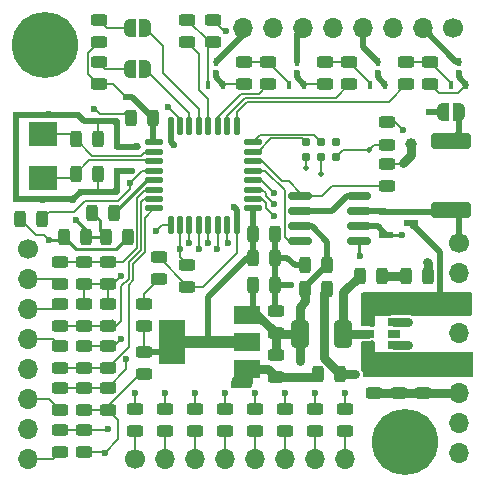
<source format=gtl>
%TF.GenerationSoftware,KiCad,Pcbnew,(7.0.0)*%
%TF.CreationDate,2023-02-19T00:42:13-05:00*%
%TF.ProjectId,CANBoard,43414e42-6f61-4726-942e-6b696361645f,v1*%
%TF.SameCoordinates,Original*%
%TF.FileFunction,Copper,L1,Top*%
%TF.FilePolarity,Positive*%
%FSLAX46Y46*%
G04 Gerber Fmt 4.6, Leading zero omitted, Abs format (unit mm)*
G04 Created by KiCad (PCBNEW (7.0.0)) date 2023-02-19 00:42:13*
%MOMM*%
%LPD*%
G01*
G04 APERTURE LIST*
G04 Aperture macros list*
%AMRoundRect*
0 Rectangle with rounded corners*
0 $1 Rounding radius*
0 $2 $3 $4 $5 $6 $7 $8 $9 X,Y pos of 4 corners*
0 Add a 4 corners polygon primitive as box body*
4,1,4,$2,$3,$4,$5,$6,$7,$8,$9,$2,$3,0*
0 Add four circle primitives for the rounded corners*
1,1,$1+$1,$2,$3*
1,1,$1+$1,$4,$5*
1,1,$1+$1,$6,$7*
1,1,$1+$1,$8,$9*
0 Add four rect primitives between the rounded corners*
20,1,$1+$1,$2,$3,$4,$5,0*
20,1,$1+$1,$4,$5,$6,$7,0*
20,1,$1+$1,$6,$7,$8,$9,0*
20,1,$1+$1,$8,$9,$2,$3,0*%
%AMFreePoly0*
4,1,19,0.000000,0.744911,0.071157,0.744911,0.207708,0.704816,0.327430,0.627875,0.420627,0.520320,0.479746,0.390866,0.500000,0.250000,0.500000,-0.250000,0.479746,-0.390866,0.420627,-0.520320,0.327430,-0.627875,0.207708,-0.704816,0.071157,-0.744911,0.000000,-0.744911,0.000000,-0.750000,-0.500000,-0.750000,-0.500000,0.750000,0.000000,0.750000,0.000000,0.744911,0.000000,0.744911,
$1*%
%AMFreePoly1*
4,1,19,0.500000,-0.750000,0.000000,-0.750000,0.000000,-0.744911,-0.071157,-0.744911,-0.207708,-0.704816,-0.327430,-0.627875,-0.420627,-0.520320,-0.479746,-0.390866,-0.500000,-0.250000,-0.500000,0.250000,-0.479746,0.390866,-0.420627,0.520320,-0.327430,0.627875,-0.207708,0.704816,-0.071157,0.744911,0.000000,0.744911,0.000000,0.750000,0.500000,0.750000,0.500000,-0.750000,0.500000,-0.750000,
$1*%
G04 Aperture macros list end*
%TA.AperFunction,ConnectorPad*%
%ADD10C,0.787400*%
%TD*%
%TA.AperFunction,SMDPad,CuDef*%
%ADD11RoundRect,0.243750X-0.456250X0.243750X-0.456250X-0.243750X0.456250X-0.243750X0.456250X0.243750X0*%
%TD*%
%TA.AperFunction,ComponentPad*%
%ADD12O,1.700000X1.700000*%
%TD*%
%TA.AperFunction,ComponentPad*%
%ADD13C,1.700000*%
%TD*%
%TA.AperFunction,ComponentPad*%
%ADD14C,5.600000*%
%TD*%
%TA.AperFunction,SMDPad,CuDef*%
%ADD15RoundRect,0.243750X0.243750X0.456250X-0.243750X0.456250X-0.243750X-0.456250X0.243750X-0.456250X0*%
%TD*%
%TA.AperFunction,SMDPad,CuDef*%
%ADD16RoundRect,0.243750X-0.243750X-0.456250X0.243750X-0.456250X0.243750X0.456250X-0.243750X0.456250X0*%
%TD*%
%TA.AperFunction,SMDPad,CuDef*%
%ADD17R,1.300000X0.600000*%
%TD*%
%TA.AperFunction,SMDPad,CuDef*%
%ADD18R,2.400000X2.000000*%
%TD*%
%TA.AperFunction,SMDPad,CuDef*%
%ADD19RoundRect,0.125000X-0.125000X-0.625000X0.125000X-0.625000X0.125000X0.625000X-0.125000X0.625000X0*%
%TD*%
%TA.AperFunction,SMDPad,CuDef*%
%ADD20RoundRect,0.125000X-0.625000X-0.125000X0.625000X-0.125000X0.625000X0.125000X-0.625000X0.125000X0*%
%TD*%
%TA.AperFunction,SMDPad,CuDef*%
%ADD21RoundRect,0.250000X1.425000X-0.425000X1.425000X0.425000X-1.425000X0.425000X-1.425000X-0.425000X0*%
%TD*%
%TA.AperFunction,SMDPad,CuDef*%
%ADD22RoundRect,0.243750X0.456250X-0.243750X0.456250X0.243750X-0.456250X0.243750X-0.456250X-0.243750X0*%
%TD*%
%TA.AperFunction,SMDPad,CuDef*%
%ADD23RoundRect,0.375000X0.375000X-0.825000X0.375000X0.825000X-0.375000X0.825000X-0.375000X-0.825000X0*%
%TD*%
%TA.AperFunction,SMDPad,CuDef*%
%ADD24R,1.060000X0.650000*%
%TD*%
%TA.AperFunction,SMDPad,CuDef*%
%ADD25R,2.200000X3.800000*%
%TD*%
%TA.AperFunction,SMDPad,CuDef*%
%ADD26R,2.200000X1.500000*%
%TD*%
%TA.AperFunction,SMDPad,CuDef*%
%ADD27C,1.000000*%
%TD*%
%TA.AperFunction,SMDPad,CuDef*%
%ADD28R,0.450000X0.700000*%
%TD*%
%TA.AperFunction,SMDPad,CuDef*%
%ADD29FreePoly0,0.000000*%
%TD*%
%TA.AperFunction,SMDPad,CuDef*%
%ADD30FreePoly1,0.000000*%
%TD*%
%TA.AperFunction,SMDPad,CuDef*%
%ADD31RoundRect,0.150000X-0.825000X-0.150000X0.825000X-0.150000X0.825000X0.150000X-0.825000X0.150000X0*%
%TD*%
%TA.AperFunction,ViaPad*%
%ADD32C,0.508000*%
%TD*%
%TA.AperFunction,ViaPad*%
%ADD33C,0.600000*%
%TD*%
%TA.AperFunction,Conductor*%
%ADD34C,0.152400*%
%TD*%
%TA.AperFunction,Conductor*%
%ADD35C,0.127000*%
%TD*%
%TA.AperFunction,Conductor*%
%ADD36C,0.762000*%
%TD*%
%TA.AperFunction,Conductor*%
%ADD37C,0.508000*%
%TD*%
%TA.AperFunction,Conductor*%
%ADD38C,0.250000*%
%TD*%
%TA.AperFunction,Conductor*%
%ADD39C,1.016000*%
%TD*%
G04 APERTURE END LIST*
D10*
X143256000Y-75692000D03*
X143256000Y-74422000D03*
X144526000Y-75692000D03*
X144526000Y-74422000D03*
X145796000Y-75692000D03*
X145796000Y-74422000D03*
D11*
X144018000Y-98854500D03*
X144018000Y-96979500D03*
X141478000Y-98854500D03*
X141478000Y-96979500D03*
X138938000Y-98854500D03*
X138938000Y-96979500D03*
X150114000Y-74612500D03*
X150114000Y-72737500D03*
X136398000Y-98854500D03*
X136398000Y-96979500D03*
X133858000Y-98854500D03*
X133858000Y-96979500D03*
X128778000Y-98854500D03*
X128778000Y-96979500D03*
D12*
X146557999Y-101218999D03*
X144017999Y-101218999D03*
X141477999Y-101218999D03*
X138937999Y-101218999D03*
X136397999Y-101218999D03*
X133857999Y-101218999D03*
X131317999Y-101218999D03*
D13*
X128778000Y-101219000D03*
D14*
X151638000Y-99822000D03*
D15*
X138762500Y-82169000D03*
X140637500Y-82169000D03*
D16*
X124635500Y-82423000D03*
X122760500Y-82423000D03*
D15*
X126316500Y-82423000D03*
X128191500Y-82423000D03*
D16*
X120952500Y-80899000D03*
X119077500Y-80899000D03*
X125651500Y-77089000D03*
X123776500Y-77089000D03*
X130350500Y-72390000D03*
X128475500Y-72390000D03*
X127048500Y-80391000D03*
X125173500Y-80391000D03*
D15*
X138762500Y-84201000D03*
X140637500Y-84201000D03*
D16*
X145082500Y-84836000D03*
X143207500Y-84836000D03*
D11*
X133223000Y-86662500D03*
X133223000Y-84787500D03*
X126492000Y-97076500D03*
X126492000Y-95201500D03*
D16*
X125651500Y-74168000D03*
X123776500Y-74168000D03*
D14*
X121158000Y-66167000D03*
D17*
X152179999Y-81279999D03*
X150079999Y-82229999D03*
X150079999Y-80329999D03*
D18*
X121030999Y-77414999D03*
X121030999Y-73714999D03*
D19*
X131820000Y-73041000D03*
X132620000Y-73041000D03*
X133420000Y-73041000D03*
X134220000Y-73041000D03*
X135020000Y-73041000D03*
X135820000Y-73041000D03*
X136620000Y-73041000D03*
X137420000Y-73041000D03*
D20*
X138795000Y-74416000D03*
X138795000Y-75216000D03*
X138795000Y-76016000D03*
X138795000Y-76816000D03*
X138795000Y-77616000D03*
X138795000Y-78416000D03*
X138795000Y-79216000D03*
X138795000Y-80016000D03*
D19*
X137420000Y-81391000D03*
X136620000Y-81391000D03*
X135820000Y-81391000D03*
X135020000Y-81391000D03*
X134220000Y-81391000D03*
X133420000Y-81391000D03*
X132620000Y-81391000D03*
X131820000Y-81391000D03*
D20*
X130445000Y-80016000D03*
X130445000Y-79216000D03*
X130445000Y-78416000D03*
X130445000Y-77616000D03*
X130445000Y-76816000D03*
X130445000Y-76016000D03*
X130445000Y-75216000D03*
X130445000Y-74416000D03*
D21*
X155575000Y-74316000D03*
X155575000Y-80116000D03*
D11*
X149034500Y-95616000D03*
X149034500Y-93741000D03*
X151130000Y-95616000D03*
X151130000Y-93741000D03*
D22*
X140716000Y-88724500D03*
X140716000Y-90599500D03*
D11*
X140716000Y-94282500D03*
X140716000Y-92407500D03*
D23*
X146439500Y-90614500D03*
X142739500Y-90614500D03*
D16*
X153591500Y-85725000D03*
X151716500Y-85725000D03*
D15*
X143207500Y-86868000D03*
X145082500Y-86868000D03*
D24*
X150705999Y-89664499D03*
X150705999Y-90614499D03*
X150705999Y-91564499D03*
X148505999Y-91564499D03*
X148505999Y-90614499D03*
X148505999Y-89664499D03*
D11*
X129540000Y-94028500D03*
X129540000Y-92153500D03*
D25*
X131977999Y-91312999D03*
D26*
X138277999Y-89012999D03*
X138277999Y-91312999D03*
X138277999Y-93612999D03*
D11*
X146558000Y-98854500D03*
X146558000Y-96979500D03*
D27*
X152209500Y-74549000D03*
D11*
X153225500Y-95616000D03*
X153225500Y-93741000D03*
D16*
X146147000Y-94043500D03*
X144272000Y-94043500D03*
D12*
X137921999Y-64769999D03*
X140461999Y-64769999D03*
X143001999Y-64769999D03*
X145541999Y-64769999D03*
X148081999Y-64769999D03*
X150621999Y-64769999D03*
X153161999Y-64769999D03*
D13*
X155702000Y-64770000D03*
D11*
X129540000Y-89964500D03*
X129540000Y-88089500D03*
D22*
X150114000Y-76278500D03*
X150114000Y-78153500D03*
D11*
X130810000Y-86027500D03*
X130810000Y-84152500D03*
D22*
X144907000Y-67642500D03*
X144907000Y-69517500D03*
D28*
X142493999Y-67579999D03*
X143143999Y-69579999D03*
X141843999Y-69579999D03*
D11*
X135382000Y-65961500D03*
X135382000Y-64086500D03*
X151765000Y-69517500D03*
X151765000Y-67642500D03*
X140081000Y-69517500D03*
X140081000Y-67642500D03*
D28*
X149351999Y-67579999D03*
X150001999Y-69579999D03*
X148701999Y-69579999D03*
D22*
X138049000Y-67642500D03*
X138049000Y-69517500D03*
D28*
X135635999Y-67579999D03*
X136285999Y-69579999D03*
X134985999Y-69579999D03*
D11*
X146939000Y-69517500D03*
X146939000Y-67642500D03*
D22*
X153797000Y-67642500D03*
X153797000Y-69517500D03*
D11*
X133223000Y-65913000D03*
X133223000Y-64038000D03*
D28*
X156209999Y-67579999D03*
X156859999Y-69579999D03*
X155559999Y-69579999D03*
D29*
X156225000Y-71882000D03*
D30*
X154925000Y-71882000D03*
D12*
X156209999Y-100710999D03*
X156209999Y-98170999D03*
X156209999Y-95630999D03*
X156209999Y-93090999D03*
X156209999Y-90550999D03*
X156209999Y-88010999D03*
X156209999Y-85470999D03*
D13*
X156210000Y-82931000D03*
D11*
X131318000Y-98854500D03*
X131318000Y-96979500D03*
D16*
X140637500Y-86487000D03*
X138762500Y-86487000D03*
D22*
X122428000Y-88089500D03*
X122428000Y-89964500D03*
D11*
X122428000Y-97076500D03*
X122428000Y-95201500D03*
X122428000Y-86408500D03*
X122428000Y-84533500D03*
X122428000Y-100632500D03*
X122428000Y-98757500D03*
D22*
X122428000Y-91645500D03*
X122428000Y-93520500D03*
D12*
X119760999Y-101218999D03*
X119760999Y-98678999D03*
X119760999Y-96138999D03*
X119760999Y-93598999D03*
X119760999Y-91058999D03*
X119760999Y-88518999D03*
X119760999Y-85978999D03*
D13*
X119761000Y-83439000D03*
D11*
X126492000Y-86408500D03*
X126492000Y-84533500D03*
D22*
X126492000Y-88089500D03*
X126492000Y-89964500D03*
X126492000Y-91645500D03*
X126492000Y-93520500D03*
X124460000Y-84533500D03*
X124460000Y-86408500D03*
D11*
X124460000Y-89964500D03*
X124460000Y-88089500D03*
X124460000Y-93520500D03*
X124460000Y-91645500D03*
D22*
X124460000Y-98757500D03*
X124460000Y-100632500D03*
X124460000Y-95201500D03*
X124460000Y-97076500D03*
D11*
X125730000Y-65961500D03*
X125730000Y-64086500D03*
X125730000Y-69517500D03*
X125730000Y-67642500D03*
D16*
X149718000Y-85725000D03*
X147843000Y-85725000D03*
D31*
X147763000Y-78994000D03*
X147763000Y-80264000D03*
X147763000Y-81534000D03*
X147763000Y-82804000D03*
X142813000Y-82804000D03*
X142813000Y-81534000D03*
X142813000Y-80264000D03*
X142813000Y-78994000D03*
D29*
X129682000Y-64770000D03*
D30*
X128382000Y-64770000D03*
D29*
X129682000Y-68199000D03*
D30*
X128382000Y-68199000D03*
D32*
X143256000Y-76581000D03*
X144526000Y-77089000D03*
D33*
X142748000Y-92265500D03*
X142748000Y-88328500D03*
X142748000Y-92900500D03*
X142748000Y-88963500D03*
X129006600Y-74752200D03*
X128524000Y-76885800D03*
X127304800Y-76885800D03*
X142494000Y-68580000D03*
X137185400Y-94945200D03*
X137820400Y-94945200D03*
X138455400Y-94945200D03*
X124739400Y-72593200D03*
X127203200Y-78562200D03*
X127279400Y-74752200D03*
X127203200Y-72694800D03*
X123952000Y-72072500D03*
X141986000Y-86487000D03*
X127635000Y-91059000D03*
X135636000Y-68580000D03*
X144526000Y-80264000D03*
X137160000Y-79883000D03*
X118770400Y-79222600D03*
X121564400Y-72009000D03*
X126238000Y-100711000D03*
X149352000Y-68580000D03*
X132080000Y-74676000D03*
X121539000Y-82677000D03*
X121031000Y-79324200D03*
X118770400Y-72110600D03*
X124256800Y-78663800D03*
X156210000Y-68580000D03*
X125349000Y-71564508D03*
X123571000Y-79273400D03*
X136525000Y-65024000D03*
X118694200Y-75438000D03*
X127635000Y-85725000D03*
D32*
X148590000Y-75057000D03*
D33*
X128397000Y-77851000D03*
X135001000Y-91313000D03*
X135636000Y-91313000D03*
X128016000Y-70612000D03*
X147828000Y-84074000D03*
X134366000Y-91313000D03*
X123825000Y-81026000D03*
X151511000Y-76200000D03*
X130556000Y-81915000D03*
X128066693Y-92760692D03*
X126492000Y-98679000D03*
X132588000Y-83439000D03*
X153670000Y-71882000D03*
X151384000Y-82296000D03*
X147447000Y-94043500D03*
X151955500Y-91567000D03*
X133350000Y-82931000D03*
X128778000Y-95631000D03*
X134239000Y-83439000D03*
X131318000Y-95631000D03*
X133858000Y-95631000D03*
X135001000Y-82931000D03*
X136398000Y-95631000D03*
X135763000Y-83439000D03*
X138938000Y-95631000D03*
X136652000Y-82931000D03*
X140588960Y-80670000D03*
X141478000Y-95631000D03*
X140590633Y-79669990D03*
X144018000Y-95631000D03*
X140546815Y-78670938D03*
X146558000Y-95631000D03*
X153543000Y-84582000D03*
X151955500Y-89662000D03*
X131572000Y-71437500D03*
X151511000Y-73406000D03*
D34*
X143256000Y-76581000D02*
X143256000Y-76200000D01*
X143256000Y-76200000D02*
X143256000Y-75692000D01*
X144526000Y-77089000D02*
X144526000Y-75692000D01*
D35*
X140315883Y-74091301D02*
X139191184Y-75216000D01*
X142925301Y-74091301D02*
X140315883Y-74091301D01*
X139191184Y-75216000D02*
X138795000Y-75216000D01*
X143256000Y-74422000D02*
X142925301Y-74091301D01*
X139373200Y-73837800D02*
X143941800Y-73837800D01*
X138795000Y-74416000D02*
X139373200Y-73837800D01*
X143941800Y-73837800D02*
X144526000Y-74422000D01*
D34*
X150114000Y-78153500D02*
X145493500Y-78153500D01*
X145493500Y-78153500D02*
X144653000Y-78994000D01*
X144653000Y-78994000D02*
X142813000Y-78994000D01*
D35*
X146431000Y-75057000D02*
X148590000Y-75057000D01*
X150114000Y-74612500D02*
X149034500Y-74612500D01*
X149034500Y-74612500D02*
X148590000Y-75057000D01*
D36*
X142748000Y-90606000D02*
X142739500Y-90614500D01*
D37*
X138762500Y-86487000D02*
X138762500Y-88528500D01*
X145082500Y-82828500D02*
X145082500Y-84836000D01*
D36*
X139129500Y-89013000D02*
X140716000Y-90599500D01*
D37*
X143207500Y-86711000D02*
X143207500Y-86868000D01*
D36*
X140716000Y-91440000D02*
X140716000Y-90599500D01*
X138278000Y-89013000D02*
X139129500Y-89013000D01*
X140731000Y-90614500D02*
X140716000Y-90599500D01*
D37*
X138762500Y-88528500D02*
X138278000Y-89013000D01*
D36*
X140716000Y-92407500D02*
X140716000Y-91440000D01*
X142748000Y-88963500D02*
X142748000Y-90606000D01*
D37*
X145082500Y-84836000D02*
X143207500Y-86711000D01*
X142813000Y-81534000D02*
X143788000Y-81534000D01*
D36*
X142748000Y-90623000D02*
X142739500Y-90614500D01*
X143207500Y-86868000D02*
X143207500Y-87869000D01*
X142748000Y-92265500D02*
X142748000Y-90623000D01*
X142748000Y-88328500D02*
X142748000Y-88963500D01*
X142739500Y-90614500D02*
X140731000Y-90614500D01*
X143207500Y-87869000D02*
X142748000Y-88328500D01*
D37*
X143788000Y-81534000D02*
X145082500Y-82828500D01*
D36*
X142748000Y-92265500D02*
X142748000Y-92900500D01*
D37*
X118745000Y-75311000D02*
X118745000Y-79248000D01*
D38*
X121539000Y-82677000D02*
X122506500Y-82677000D01*
D36*
X140046500Y-93613000D02*
X140716000Y-94282500D01*
D34*
X124460000Y-88089500D02*
X124460000Y-86408500D01*
D37*
X127254000Y-76835000D02*
X127254000Y-78463790D01*
X123571000Y-79248000D02*
X124231835Y-78587165D01*
X123444000Y-72072500D02*
X123952000Y-72072500D01*
D34*
X154535900Y-70256400D02*
X156183600Y-70256400D01*
D38*
X128191500Y-82423000D02*
X127166490Y-83448010D01*
D37*
X124570999Y-78587165D02*
X125501835Y-78587165D01*
X156210000Y-68930000D02*
X156860000Y-69580000D01*
X140637500Y-84201000D02*
X140637500Y-85422500D01*
D34*
X125651500Y-77089000D02*
X125651500Y-78437500D01*
D37*
X155130500Y-88519000D02*
X154622500Y-88011000D01*
X124472700Y-72593200D02*
X123952000Y-72072500D01*
D38*
X137820400Y-94945200D02*
X137820400Y-94070600D01*
D34*
X156183600Y-70256400D02*
X156860000Y-69580000D01*
D37*
X142494000Y-68930000D02*
X143144000Y-69580000D01*
X122936000Y-79248000D02*
X121031000Y-79248000D01*
X145518000Y-80264000D02*
X144526000Y-80264000D01*
X137420000Y-80143000D02*
X137160000Y-79883000D01*
X127254000Y-76835000D02*
X128524000Y-76835000D01*
D34*
X136348500Y-69517500D02*
X136286000Y-69580000D01*
X125651500Y-72692500D02*
X125603000Y-72644000D01*
D37*
X118745000Y-72072500D02*
X118745000Y-75628500D01*
D36*
X151130000Y-95616000D02*
X153225500Y-95616000D01*
D37*
X140637500Y-86487000D02*
X140637500Y-88646000D01*
D36*
X149034500Y-95616000D02*
X151130000Y-95616000D01*
D37*
X124596860Y-78613026D02*
X124570999Y-78587165D01*
D34*
X128094500Y-72009000D02*
X128475500Y-72390000D01*
X124460000Y-100632500D02*
X126159500Y-100632500D01*
D37*
X127254000Y-72644000D02*
X125603000Y-72644000D01*
X140637500Y-88646000D02*
X140716000Y-88724500D01*
X123571000Y-79248000D02*
X122936000Y-79248000D01*
X156210000Y-68580000D02*
X156210000Y-68930000D01*
X127254000Y-74803000D02*
X127254000Y-72644000D01*
X142494000Y-68580000D02*
X142494000Y-68930000D01*
D34*
X127381000Y-97965500D02*
X127381000Y-99568000D01*
D36*
X156195000Y-95616000D02*
X156210000Y-95631000D01*
D34*
X125651500Y-74168000D02*
X125651500Y-72692500D01*
D36*
X153225500Y-95616000D02*
X156195000Y-95616000D01*
D34*
X134571500Y-86662500D02*
X137420000Y-83814000D01*
X121139001Y-82277001D02*
X121539000Y-82677000D01*
X125651500Y-78437500D02*
X125501835Y-78587165D01*
D37*
X124231835Y-78587165D02*
X124570999Y-78587165D01*
X140637500Y-85422500D02*
X140637500Y-86487000D01*
D34*
X125857000Y-72009000D02*
X128094500Y-72009000D01*
D37*
X127254000Y-74803000D02*
X129032000Y-74803000D01*
D34*
X144907000Y-69517500D02*
X143206500Y-69517500D01*
D37*
X140637500Y-86487000D02*
X141986000Y-86487000D01*
D34*
X129540000Y-94028500D02*
X129237500Y-94028500D01*
D36*
X138278000Y-93613000D02*
X140046500Y-93613000D01*
D34*
X125857000Y-72009000D02*
X125412508Y-71564508D01*
X126492000Y-88089500D02*
X126492000Y-86408500D01*
D37*
X146788000Y-78994000D02*
X145518000Y-80264000D01*
D34*
X122506500Y-82677000D02*
X122760500Y-82423000D01*
D37*
X127228165Y-78587165D02*
X127254000Y-78613000D01*
D35*
X145796000Y-75692000D02*
X146431000Y-75057000D01*
D37*
X149352000Y-68930000D02*
X150002000Y-69580000D01*
D34*
X130810000Y-84152500D02*
X133223000Y-86565500D01*
X126492000Y-86408500D02*
X126951500Y-86408500D01*
X126492000Y-91645500D02*
X127048500Y-91645500D01*
X124460000Y-91645500D02*
X126492000Y-91645500D01*
D37*
X121031000Y-79248000D02*
X118872014Y-79248000D01*
D34*
X125412508Y-71564508D02*
X125349000Y-71564508D01*
D37*
X142813000Y-80264000D02*
X144526000Y-80264000D01*
D34*
X120455501Y-82277001D02*
X121139001Y-82277001D01*
X128475500Y-72390000D02*
X128143000Y-72390000D01*
D37*
X124739400Y-72593200D02*
X124472700Y-72593200D01*
X142341600Y-84836000D02*
X141706600Y-84201000D01*
X123444000Y-72072500D02*
X121031000Y-72072500D01*
X140637500Y-82169000D02*
X140637500Y-84201000D01*
X154622500Y-83722500D02*
X152180000Y-81280000D01*
D38*
X127166490Y-83448010D02*
X123785510Y-83448010D01*
D34*
X143206500Y-69517500D02*
X143144000Y-69580000D01*
D38*
X137820400Y-94070600D02*
X138278000Y-93613000D01*
X152180000Y-81280000D02*
X152180000Y-81568000D01*
D37*
X141706600Y-84201000D02*
X140637500Y-84201000D01*
D34*
X126492000Y-97076500D02*
X127381000Y-97965500D01*
D37*
X137420000Y-81391000D02*
X137420000Y-80143000D01*
D36*
X140716000Y-94282500D02*
X144033000Y-94282500D01*
D34*
X127048500Y-91645500D02*
X127635000Y-91059000D01*
X136319500Y-65024000D02*
X136525000Y-65024000D01*
X124460000Y-97076500D02*
X126492000Y-97076500D01*
X133223000Y-86662500D02*
X134571500Y-86662500D01*
D37*
X143207500Y-84836000D02*
X142341600Y-84836000D01*
D36*
X144033000Y-94282500D02*
X144272000Y-94043500D01*
D37*
X131820000Y-73041000D02*
X131820000Y-74416000D01*
D34*
X126492000Y-96774000D02*
X126492000Y-97076500D01*
D37*
X135636000Y-68580000D02*
X135636000Y-68930000D01*
D34*
X138049000Y-69517500D02*
X136348500Y-69517500D01*
X126951500Y-86408500D02*
X127635000Y-85725000D01*
X128475500Y-72390000D02*
X127967500Y-71882000D01*
X133223000Y-86565500D02*
X133223000Y-86662500D01*
X129237500Y-94028500D02*
X126492000Y-96774000D01*
X137420000Y-83814000D02*
X137420000Y-81391000D01*
X135382000Y-64086500D02*
X136319500Y-65024000D01*
D37*
X118745000Y-72072500D02*
X121031000Y-72072500D01*
D34*
X127381000Y-99568000D02*
X126238000Y-100711000D01*
X126159500Y-100632500D02*
X126238000Y-100711000D01*
D37*
X156210000Y-88519000D02*
X155130500Y-88519000D01*
X154622500Y-88011000D02*
X154622500Y-83722500D01*
X131820000Y-74416000D02*
X132080000Y-74676000D01*
X135636000Y-68930000D02*
X136286000Y-69580000D01*
X125603000Y-72644000D02*
X124714000Y-72644000D01*
X147763000Y-78994000D02*
X146788000Y-78994000D01*
X125501835Y-78587165D02*
X127228165Y-78587165D01*
D38*
X123785510Y-83448010D02*
X122760500Y-82423000D01*
D34*
X119077500Y-80899000D02*
X120455501Y-82277001D01*
X124460000Y-86408500D02*
X126492000Y-86408500D01*
D37*
X149352000Y-68580000D02*
X149352000Y-68930000D01*
D34*
X153797000Y-69517500D02*
X154535900Y-70256400D01*
D36*
X149718000Y-85725000D02*
X151716500Y-85725000D01*
X148506000Y-90614500D02*
X146439500Y-90614500D01*
X146439500Y-87128500D02*
X147843000Y-85725000D01*
X146439500Y-90614500D02*
X146439500Y-87128500D01*
D34*
X129924778Y-76816000D02*
X130445000Y-76816000D01*
X128397000Y-78343778D02*
X128397000Y-77851000D01*
X124587000Y-79375000D02*
X127365778Y-79375000D01*
X130445000Y-76816000D02*
X129432000Y-76816000D01*
X123612202Y-80349798D02*
X124587000Y-79375000D01*
X129432000Y-76816000D02*
X128397000Y-77851000D01*
X121501702Y-80349798D02*
X123612202Y-80349798D01*
X127365778Y-79375000D02*
X128397000Y-78343778D01*
X120952500Y-80899000D02*
X121501702Y-80349798D01*
D39*
X135001000Y-91313000D02*
X136144000Y-91313000D01*
X136144000Y-91313000D02*
X138278000Y-91313000D01*
X133858000Y-91313000D02*
X135001000Y-91313000D01*
D38*
X151432500Y-76278500D02*
X151511000Y-76200000D01*
D37*
X138762500Y-82169000D02*
X138762500Y-84201000D01*
X128572500Y-70612000D02*
X128016000Y-70612000D01*
X130350500Y-74321500D02*
X130445000Y-74416000D01*
D38*
X147763000Y-82804000D02*
X147763000Y-84009000D01*
X125808500Y-81026000D02*
X125808500Y-81915000D01*
X125173500Y-80391000D02*
X125808500Y-81026000D01*
D37*
X130350500Y-72390000D02*
X128572500Y-70612000D01*
X135001000Y-87503000D02*
X138303000Y-84201000D01*
D34*
X125730000Y-65961500D02*
X124826800Y-66864700D01*
D37*
X130350500Y-72390000D02*
X130350500Y-74321500D01*
D38*
X124635500Y-82423000D02*
X126316500Y-82423000D01*
X124635500Y-81836500D02*
X123825000Y-81026000D01*
D36*
X152209500Y-74549000D02*
X152209500Y-75501500D01*
D34*
X124826800Y-68614300D02*
X125730000Y-69517500D01*
D37*
X138303000Y-84201000D02*
X138762500Y-84201000D01*
D34*
X124826800Y-66864700D02*
X124826800Y-68614300D01*
D36*
X152209500Y-75501500D02*
X151511000Y-76200000D01*
D34*
X150114000Y-76278500D02*
X151432500Y-76278500D01*
D37*
X135001000Y-91313000D02*
X135001000Y-87503000D01*
X131137500Y-92153500D02*
X131978000Y-91313000D01*
D39*
X131978000Y-91313000D02*
X133858000Y-91313000D01*
D38*
X124635500Y-82423000D02*
X124635500Y-81836500D01*
D37*
X138795000Y-82136500D02*
X138762500Y-82169000D01*
D34*
X129540000Y-89964500D02*
X129540000Y-92153500D01*
D38*
X125808500Y-81915000D02*
X126316500Y-82423000D01*
D37*
X129540000Y-92153500D02*
X131137500Y-92153500D01*
D34*
X125730000Y-69517500D02*
X126921500Y-69517500D01*
X126921500Y-69517500D02*
X128016000Y-70612000D01*
D37*
X138795000Y-80016000D02*
X138795000Y-82136500D01*
D38*
X147763000Y-84009000D02*
X147828000Y-84074000D01*
D34*
X122428000Y-95201500D02*
X124460000Y-95201500D01*
X126492000Y-95201500D02*
X128066693Y-93626807D01*
X131080000Y-81391000D02*
X130556000Y-81915000D01*
X128066693Y-93626807D02*
X128066693Y-92760692D01*
X124460000Y-95201500D02*
X126492000Y-95201500D01*
X131820000Y-81391000D02*
X131080000Y-81391000D01*
X132620000Y-83407000D02*
X132588000Y-83439000D01*
X132620000Y-81391000D02*
X132620000Y-83407000D01*
X132588000Y-83439000D02*
X132588000Y-84152500D01*
X126413500Y-98757500D02*
X126492000Y-98679000D01*
X122428000Y-98757500D02*
X124460000Y-98757500D01*
X124460000Y-98757500D02*
X126413500Y-98757500D01*
X132588000Y-84152500D02*
X133223000Y-84787500D01*
X126977527Y-89478973D02*
X126492000Y-89964500D01*
X126492000Y-89964500D02*
X127205500Y-89964500D01*
X128270000Y-84582000D02*
X129307621Y-83544379D01*
X124460000Y-89964500D02*
X126492000Y-89964500D01*
X130177000Y-79248000D02*
X130189000Y-79236000D01*
X127635000Y-86614000D02*
X128270000Y-85979000D01*
X128270000Y-85979000D02*
X128270000Y-84582000D01*
X129572000Y-79216000D02*
X130445000Y-79216000D01*
X129307621Y-83544379D02*
X129307620Y-79480380D01*
X129307620Y-79480380D02*
X129572000Y-79216000D01*
X127635000Y-89535000D02*
X127635000Y-86614000D01*
X127205500Y-89964500D02*
X127635000Y-89535000D01*
X122428000Y-89964500D02*
X124460000Y-89964500D01*
X124460000Y-93520500D02*
X126492000Y-93520500D01*
X128651000Y-86106000D02*
X128270000Y-86487000D01*
X130445000Y-80016000D02*
X129667000Y-80794000D01*
X129667000Y-80794000D02*
X129667000Y-83693000D01*
X129667000Y-83693000D02*
X128651000Y-84709000D01*
X128270000Y-86487000D02*
X128270000Y-91742500D01*
X122428000Y-93520500D02*
X124460000Y-93520500D01*
X128270000Y-91742500D02*
X126492000Y-93520500D01*
X126492000Y-93080836D02*
X126492000Y-93520500D01*
X128651000Y-84709000D02*
X128651000Y-86106000D01*
X129695000Y-78416000D02*
X128955210Y-79155790D01*
X124460000Y-84533500D02*
X126492000Y-84533500D01*
X127810500Y-84533500D02*
X126492000Y-84533500D01*
X130445000Y-78416000D02*
X129695000Y-78416000D01*
X122428000Y-84533500D02*
X124460000Y-84533500D01*
X128955210Y-79155790D02*
X128955210Y-83388790D01*
X128955210Y-83388790D02*
X127810500Y-84533500D01*
D37*
X150014000Y-80264000D02*
X150080000Y-80330000D01*
X147763000Y-80264000D02*
X150014000Y-80264000D01*
X155361000Y-80330000D02*
X155575000Y-80116000D01*
X156210000Y-83439000D02*
X156210000Y-80751000D01*
X150080000Y-80330000D02*
X155361000Y-80330000D01*
X156210000Y-80751000D02*
X155575000Y-80116000D01*
D38*
X150080000Y-82230000D02*
X151318000Y-82230000D01*
D37*
X154925000Y-71882000D02*
X153670000Y-71882000D01*
X147763000Y-81534000D02*
X149384000Y-81534000D01*
X149384000Y-81534000D02*
X150080000Y-82230000D01*
D38*
X151318000Y-82230000D02*
X151384000Y-82296000D01*
X130445000Y-77616000D02*
X129834398Y-77616000D01*
X127059398Y-80391000D02*
X127048500Y-80391000D01*
X129834398Y-77616000D02*
X127059398Y-80391000D01*
D34*
X119761000Y-101219000D02*
X121841500Y-101219000D01*
X121841500Y-101219000D02*
X122428000Y-100632500D01*
X121490500Y-96139000D02*
X122428000Y-97076500D01*
X119761000Y-96139000D02*
X121490500Y-96139000D01*
X119761000Y-91059000D02*
X121841500Y-91059000D01*
X121841500Y-91059000D02*
X122428000Y-91645500D01*
X119761000Y-85979000D02*
X121998500Y-85979000D01*
X121998500Y-85979000D02*
X122428000Y-86408500D01*
X146558000Y-98854500D02*
X146558000Y-101219000D01*
X144018000Y-98854500D02*
X144018000Y-101219000D01*
X141478000Y-98854500D02*
X141478000Y-101219000D01*
X138938000Y-98854500D02*
X138938000Y-101219000D01*
X136398000Y-98854500D02*
X136398000Y-101219000D01*
X133858000Y-98854500D02*
X133858000Y-101219000D01*
X131318000Y-98854500D02*
X131318000Y-101219000D01*
X128778000Y-98854500D02*
X128778000Y-101219000D01*
D37*
X137922000Y-65294000D02*
X137922000Y-64770000D01*
X135636000Y-67580000D02*
X137922000Y-65294000D01*
X142494000Y-65278000D02*
X143002000Y-64770000D01*
X142494000Y-67580000D02*
X142494000Y-65278000D01*
X148082000Y-66310000D02*
X149352000Y-67580000D01*
X148082000Y-64770000D02*
X148082000Y-66310000D01*
X155972000Y-67580000D02*
X156210000Y-67580000D01*
X153162000Y-64770000D02*
X155972000Y-67580000D01*
D34*
X123776500Y-74168000D02*
X125202089Y-75593589D01*
X129695000Y-75216000D02*
X130445000Y-75216000D01*
X121031000Y-73715000D02*
X123323500Y-73715000D01*
X129317411Y-75593589D02*
X129695000Y-75216000D01*
X123323500Y-73715000D02*
X123776500Y-74168000D01*
X125202089Y-75593589D02*
X129317411Y-75593589D01*
X130375000Y-75946000D02*
X124919500Y-75946000D01*
X124919500Y-75946000D02*
X123776500Y-77089000D01*
X121031000Y-77415000D02*
X123450500Y-77415000D01*
X123450500Y-77415000D02*
X123776500Y-77089000D01*
X130445000Y-76016000D02*
X130375000Y-75946000D01*
X129540000Y-88089500D02*
X129540000Y-87297500D01*
X129540000Y-87297500D02*
X130810000Y-86027500D01*
X129682000Y-68199000D02*
X133420000Y-71937000D01*
X133420000Y-71937000D02*
X133420000Y-73041000D01*
X151765000Y-67642500D02*
X153797000Y-67642500D01*
X153797000Y-67642500D02*
X155560000Y-69405500D01*
X155560000Y-69405500D02*
X155560000Y-69580000D01*
X138049000Y-67642500D02*
X140081000Y-67642500D01*
X140081000Y-67642500D02*
X141844000Y-69405500D01*
X141844000Y-69405500D02*
X141844000Y-69580000D01*
X135382000Y-65961500D02*
X134986000Y-66357500D01*
X133223000Y-64038000D02*
X135146500Y-65961500D01*
X135146500Y-65961500D02*
X135382000Y-65961500D01*
X134986000Y-66357500D02*
X134986000Y-69580000D01*
X146939000Y-67642500D02*
X148702000Y-69405500D01*
X144907000Y-67642500D02*
X146939000Y-67642500D01*
X148702000Y-69405500D02*
X148702000Y-69580000D01*
X142813000Y-78694000D02*
X142813000Y-78994000D01*
X139545000Y-76016000D02*
X141253000Y-77724000D01*
X141253000Y-77724000D02*
X141843000Y-77724000D01*
X138795000Y-76016000D02*
X139545000Y-76016000D01*
X141843000Y-77724000D02*
X142813000Y-78694000D01*
D36*
X150706000Y-91564500D02*
X151953000Y-91564500D01*
X151953000Y-91564500D02*
X151955500Y-91567000D01*
X144780000Y-92676500D02*
X146147000Y-94043500D01*
X145082500Y-86868000D02*
X144780000Y-87170500D01*
X147447000Y-94043500D02*
X146147000Y-94043500D01*
X144780000Y-87170500D02*
X144780000Y-92676500D01*
D34*
X151765000Y-69517500D02*
X150289500Y-70993000D01*
X150289500Y-70993000D02*
X138303000Y-70993000D01*
X137420000Y-71876000D02*
X137420000Y-73041000D01*
X138303000Y-70993000D02*
X137420000Y-71876000D01*
X137822820Y-70288180D02*
X135820000Y-72291000D01*
X140081000Y-69517500D02*
X139310320Y-70288180D01*
X135820000Y-72291000D02*
X135820000Y-73041000D01*
X139310320Y-70288180D02*
X137822820Y-70288180D01*
X133223000Y-65913000D02*
X134239000Y-66929000D01*
X134981220Y-70739000D02*
X134981220Y-73002220D01*
X134239000Y-69996780D02*
X134981220Y-70739000D01*
X134981220Y-73002220D02*
X135020000Y-73041000D01*
X134239000Y-66929000D02*
X134239000Y-69996780D01*
X138157026Y-70640590D02*
X136620000Y-72177616D01*
X136620000Y-72177616D02*
X136620000Y-73041000D01*
X145815910Y-70640590D02*
X138157026Y-70640590D01*
X146939000Y-69517500D02*
X145815910Y-70640590D01*
X128778000Y-96979500D02*
X128778000Y-95631000D01*
X133420000Y-81391000D02*
X133420000Y-82861000D01*
X133420000Y-82861000D02*
X133350000Y-82931000D01*
X134220000Y-83420000D02*
X134239000Y-83439000D01*
X134220000Y-81391000D02*
X134220000Y-83420000D01*
X131318000Y-96979500D02*
X131318000Y-95631000D01*
X133858000Y-96979500D02*
X133858000Y-95631000D01*
X135020000Y-82912000D02*
X135001000Y-82931000D01*
X135020000Y-81391000D02*
X135020000Y-82912000D01*
X135820000Y-81391000D02*
X135820000Y-83382000D01*
X135820000Y-83382000D02*
X135763000Y-83439000D01*
X136398000Y-96979500D02*
X136398000Y-95631000D01*
X136620000Y-81391000D02*
X136620000Y-82899000D01*
X136620000Y-82899000D02*
X136652000Y-82931000D01*
X138938000Y-96979500D02*
X138938000Y-95631000D01*
X141478000Y-96979500D02*
X141478000Y-95631000D01*
X139912798Y-79583798D02*
X139912798Y-79993838D01*
X139912798Y-79993838D02*
X140588960Y-80670000D01*
X138795000Y-79216000D02*
X139545000Y-79216000D01*
X139545000Y-79216000D02*
X139912798Y-79583798D01*
X139545000Y-78416000D02*
X139870614Y-78741614D01*
X140545089Y-79669990D02*
X140590633Y-79669990D01*
X139870614Y-78741614D02*
X139870614Y-78995515D01*
X138795000Y-78416000D02*
X139545000Y-78416000D01*
X144018000Y-96901000D02*
X144018000Y-95631000D01*
X139870614Y-78995515D02*
X140545089Y-79669990D01*
X144018000Y-96979500D02*
X144018000Y-96901000D01*
X138795000Y-77616000D02*
X139491877Y-77616000D01*
X139491877Y-77616000D02*
X140546815Y-78670938D01*
X138627000Y-77724000D02*
X138539000Y-77636000D01*
X146558000Y-96979500D02*
X146558000Y-95631000D01*
X119761000Y-88519000D02*
X121998500Y-88519000D01*
X121998500Y-88519000D02*
X122428000Y-88089500D01*
X139808000Y-76816000D02*
X141478000Y-78486000D01*
X141478000Y-82444000D02*
X141838000Y-82804000D01*
X141478000Y-78486000D02*
X141478000Y-82444000D01*
X138795000Y-76816000D02*
X139808000Y-76816000D01*
X141838000Y-82804000D02*
X142813000Y-82804000D01*
X128382000Y-68199000D02*
X126286500Y-68199000D01*
X126286500Y-68199000D02*
X125730000Y-67642500D01*
X126413500Y-64770000D02*
X125730000Y-64086500D01*
X128382000Y-64770000D02*
X126413500Y-64770000D01*
X131191000Y-66279000D02*
X131191000Y-68580000D01*
X131191000Y-68580000D02*
X134220000Y-71609000D01*
X134220000Y-71609000D02*
X134220000Y-73041000D01*
X129682000Y-64770000D02*
X131191000Y-66279000D01*
D37*
X156225000Y-71882000D02*
X156225000Y-73666000D01*
X156225000Y-73666000D02*
X155575000Y-74316000D01*
D36*
X150706000Y-89664500D02*
X151953000Y-89664500D01*
X151953000Y-89664500D02*
X151955500Y-89662000D01*
X153591500Y-84630500D02*
X153543000Y-84582000D01*
X153591500Y-85725000D02*
X153591500Y-84630500D01*
D34*
X151511000Y-73406000D02*
X150842500Y-72737500D01*
X132620000Y-72485500D02*
X131572000Y-71437500D01*
X132620000Y-73041000D02*
X132620000Y-72485500D01*
X150842500Y-72737500D02*
X150114000Y-72737500D01*
%TA.AperFunction,Conductor*%
G36*
X157290000Y-87138881D02*
G01*
X157336119Y-87185000D01*
X157353000Y-87248000D01*
X157353000Y-88964500D01*
X157336119Y-89027500D01*
X157290000Y-89073619D01*
X157227000Y-89090500D01*
X152263929Y-89090500D01*
X152206727Y-89076767D01*
X152179550Y-89062920D01*
X152179547Y-89062919D01*
X152172480Y-89059318D01*
X152164741Y-89057588D01*
X152164738Y-89057587D01*
X152023522Y-89026021D01*
X152023519Y-89026020D01*
X152015781Y-89024291D01*
X152007855Y-89024540D01*
X151867928Y-89028938D01*
X151863970Y-89029000D01*
X150666017Y-89029000D01*
X150662096Y-89029495D01*
X150662085Y-89029496D01*
X150554568Y-89043079D01*
X150554566Y-89043079D01*
X150546701Y-89044073D01*
X150539334Y-89046989D01*
X150539325Y-89046992D01*
X150465675Y-89076152D01*
X150419293Y-89085000D01*
X150157122Y-89085000D01*
X150157112Y-89085000D01*
X150150934Y-89085001D01*
X150135449Y-89088080D01*
X150110879Y-89090500D01*
X149098000Y-89090500D01*
X149098000Y-89107090D01*
X149098000Y-89909000D01*
X149081119Y-89972000D01*
X149035000Y-90018119D01*
X148972000Y-90035000D01*
X148803384Y-90035000D01*
X148757127Y-90023128D01*
X148756122Y-90025669D01*
X148748751Y-90022750D01*
X148741803Y-90018931D01*
X148698155Y-90007724D01*
X148593961Y-89980971D01*
X148593956Y-89980970D01*
X148586282Y-89979000D01*
X148081000Y-89979000D01*
X148018000Y-89962119D01*
X147971881Y-89916000D01*
X147955000Y-89853000D01*
X147955000Y-87248000D01*
X147971881Y-87185000D01*
X148018000Y-87138881D01*
X148081000Y-87122000D01*
X157227000Y-87122000D01*
X157290000Y-87138881D01*
G37*
%TD.AperFunction*%
%TA.AperFunction,Conductor*%
G36*
X149035000Y-91210880D02*
G01*
X149081119Y-91256999D01*
X149098000Y-91319999D01*
X149098000Y-92138500D01*
X150110872Y-92138500D01*
X150135453Y-92140920D01*
X150150933Y-92144000D01*
X150408613Y-92143999D01*
X150454870Y-92155869D01*
X150455876Y-92153330D01*
X150463247Y-92156248D01*
X150470197Y-92160069D01*
X150625718Y-92200000D01*
X151879782Y-92200000D01*
X151899493Y-92201551D01*
X151935380Y-92207235D01*
X152095232Y-92192124D01*
X152223488Y-92145949D01*
X152266170Y-92138500D01*
X154876500Y-92138500D01*
X157290500Y-92138500D01*
X157353500Y-92155381D01*
X157399619Y-92201500D01*
X157416500Y-92264500D01*
X157416500Y-94171500D01*
X157399619Y-94234500D01*
X157353500Y-94280619D01*
X157290500Y-94297500D01*
X148197814Y-94297500D01*
X148144166Y-94285508D01*
X148100729Y-94251815D01*
X148075772Y-94202835D01*
X148074046Y-94147890D01*
X148074205Y-94147051D01*
X148086287Y-94083721D01*
X148076205Y-93923473D01*
X148026588Y-93770767D01*
X147974613Y-93688867D01*
X147955000Y-93621356D01*
X147955000Y-91376000D01*
X147971881Y-91313000D01*
X148018000Y-91266881D01*
X148081000Y-91250000D01*
X148542024Y-91250000D01*
X148545983Y-91250000D01*
X148665299Y-91234927D01*
X148746322Y-91202847D01*
X148792707Y-91193999D01*
X148972000Y-91193999D01*
X149035000Y-91210880D01*
G37*
%TD.AperFunction*%
%TA.AperFunction,Conductor*%
G36*
X138748000Y-94250881D02*
G01*
X138794119Y-94297000D01*
X138811000Y-94360000D01*
X138811000Y-94729470D01*
X138800487Y-94779857D01*
X138770702Y-94821835D01*
X138726616Y-94848398D01*
X138692656Y-94860281D01*
X138591664Y-94895619D01*
X138591656Y-94895622D01*
X138584985Y-94897957D01*
X138579000Y-94901717D01*
X138578993Y-94901721D01*
X138436714Y-94991121D01*
X138436707Y-94991126D01*
X138430719Y-94994889D01*
X138425714Y-94999893D01*
X138425710Y-94999897D01*
X138306897Y-95118710D01*
X138306893Y-95118714D01*
X138301889Y-95123719D01*
X138298122Y-95129712D01*
X138293712Y-95135244D01*
X138292422Y-95134215D01*
X138253757Y-95170776D01*
X138192804Y-95186500D01*
X137143196Y-95186500D01*
X137082243Y-95170776D01*
X137043577Y-95134215D01*
X137042288Y-95135244D01*
X137037878Y-95129714D01*
X137034111Y-95123719D01*
X136942905Y-95032513D01*
X136915591Y-94991636D01*
X136906000Y-94943418D01*
X136906000Y-94771745D01*
X136919302Y-94715396D01*
X137125174Y-94303651D01*
X137171630Y-94252818D01*
X137237872Y-94234000D01*
X138685000Y-94234000D01*
X138748000Y-94250881D01*
G37*
%TD.AperFunction*%
M02*

</source>
